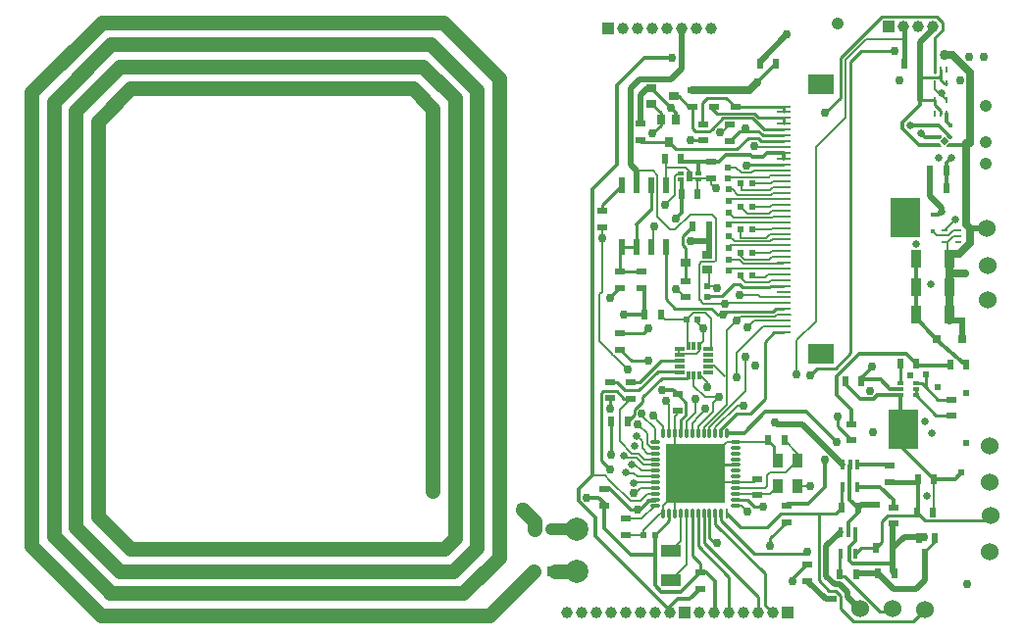
<source format=gbl>
%FSLAX25Y25*%
%MOIN*%
G70*
G01*
G75*
G04 Layer_Physical_Order=4*
G04 Layer_Color=16711680*
%ADD10C,0.00866*%
%ADD11R,0.07087X0.03937*%
G04:AMPARAMS|DCode=12|XSize=31.5mil|YSize=66.93mil|CornerRadius=0mil|HoleSize=0mil|Usage=FLASHONLY|Rotation=45.000|XOffset=0mil|YOffset=0mil|HoleType=Round|Shape=Rectangle|*
%AMROTATEDRECTD12*
4,1,4,0.01253,-0.03480,-0.03480,0.01253,-0.01253,0.03480,0.03480,-0.01253,0.01253,-0.03480,0.0*
%
%ADD12ROTATEDRECTD12*%

%ADD13R,0.01654X0.02362*%
%ADD14R,0.03543X0.02756*%
%ADD15R,0.02756X0.02362*%
%ADD16R,0.02756X0.03937*%
%ADD17R,0.07402X0.06614*%
%ADD18O,0.01575X0.06299*%
%ADD19R,0.04331X0.03937*%
%ADD20R,0.01575X0.01575*%
%ADD21R,0.02362X0.01654*%
G04:AMPARAMS|DCode=22|XSize=31.5mil|YSize=66.93mil|CornerRadius=0mil|HoleSize=0mil|Usage=FLASHONLY|Rotation=135.000|XOffset=0mil|YOffset=0mil|HoleType=Round|Shape=Rectangle|*
%AMROTATEDRECTD22*
4,1,4,0.03480,0.01253,-0.01253,-0.03480,-0.03480,-0.01253,0.01253,0.03480,0.03480,0.01253,0.0*
%
%ADD22ROTATEDRECTD22*%

%ADD23R,0.03543X0.02362*%
%ADD24R,0.02362X0.03543*%
%ADD25R,0.03937X0.04331*%
%ADD26C,0.02000*%
%ADD27C,0.01200*%
%ADD28C,0.01000*%
%ADD29C,0.02500*%
%ADD30C,0.05000*%
%ADD31C,0.00800*%
%ADD32C,0.03000*%
%ADD33C,0.01500*%
%ADD34C,0.04200*%
%ADD35C,0.06000*%
%ADD36C,0.07874*%
%ADD37C,0.03937*%
%ADD38R,0.03937X0.03937*%
%ADD39C,0.02600*%
%ADD40C,0.03000*%
%ADD41C,0.02400*%
%ADD42C,0.03400*%
%ADD43C,0.05000*%
%ADD44C,0.04000*%
%ADD45C,0.04900*%
G04:AMPARAMS|DCode=46|XSize=65mil|YSize=65mil|CornerRadius=0mil|HoleSize=0mil|Usage=FLASHONLY|Rotation=0.000|XOffset=0mil|YOffset=0mil|HoleType=Round|Shape=Relief|Width=8mil|Gap=10mil|Entries=4|*
%AMTHD46*
7,0,0,0.06500,0.04500,0.00800,45*
%
%ADD46THD46*%
%ADD47C,0.06400*%
%ADD48C,0.08306*%
%ADD49C,0.04762*%
G04:AMPARAMS|DCode=50|XSize=63.622mil|YSize=63.622mil|CornerRadius=0mil|HoleSize=0mil|Usage=FLASHONLY|Rotation=0.000|XOffset=0mil|YOffset=0mil|HoleType=Round|Shape=Relief|Width=8mil|Gap=10mil|Entries=4|*
%AMTHD50*
7,0,0,0.06362,0.04362,0.00800,45*
%
%ADD50THD50*%
G04:AMPARAMS|DCode=51|XSize=80mil|YSize=80mil|CornerRadius=0mil|HoleSize=0mil|Usage=FLASHONLY|Rotation=0.000|XOffset=0mil|YOffset=0mil|HoleType=Round|Shape=Relief|Width=8mil|Gap=10mil|Entries=4|*
%AMTHD51*
7,0,0,0.08000,0.06000,0.00800,45*
%
%ADD51THD51*%
G04:AMPARAMS|DCode=52|XSize=50mil|YSize=50mil|CornerRadius=0mil|HoleSize=0mil|Usage=FLASHONLY|Rotation=0.000|XOffset=0mil|YOffset=0mil|HoleType=Round|Shape=Relief|Width=8mil|Gap=10mil|Entries=4|*
%AMTHD52*
7,0,0,0.05000,0.03000,0.00800,45*
%
%ADD52THD52*%
%ADD53C,0.04000*%
G04:AMPARAMS|DCode=54|XSize=56mil|YSize=56mil|CornerRadius=0mil|HoleSize=0mil|Usage=FLASHONLY|Rotation=0.000|XOffset=0mil|YOffset=0mil|HoleType=Round|Shape=Relief|Width=8mil|Gap=10mil|Entries=4|*
%AMTHD54*
7,0,0,0.05600,0.03600,0.00800,45*
%
%ADD54THD54*%
%ADD55C,0.03200*%
%ADD56C,0.04400*%
%ADD57C,0.05200*%
%ADD58R,0.03543X0.04724*%
%ADD59R,0.07087X0.03937*%
%ADD60R,0.01102X0.01969*%
%ADD61R,0.02362X0.05512*%
%ADD62R,0.02165X0.01181*%
%ADD63R,0.01969X0.03386*%
%ADD64R,0.02559X0.02559*%
%ADD65R,0.01882X0.01181*%
%ADD66R,0.01575X0.03622*%
%ADD67R,0.05118X0.00984*%
%ADD68O,0.05118X0.00984*%
%ADD69R,0.08661X0.07087*%
%ADD70R,0.09843X0.13780*%
%ADD71R,0.01181X0.03150*%
%ADD72R,0.03642X0.01181*%
%ADD73R,0.03422X0.01181*%
%ADD74C,0.00787*%
%ADD75R,0.20276X0.20276*%
%ADD76O,0.03347X0.01102*%
%ADD77O,0.01102X0.03347*%
%ADD78R,0.01102X0.03347*%
%ADD79R,0.03543X0.06299*%
%ADD80R,0.01969X0.02362*%
%ADD81R,0.02756X0.03543*%
%ADD82R,0.02362X0.01969*%
%ADD83R,0.01969X0.01102*%
%ADD84R,0.01575X0.01575*%
%ADD85C,0.00900*%
%ADD86C,0.00600*%
%ADD87P,0.02895X4X90.0*%
G36*
X316150Y162894D02*
X314477D01*
Y163287D01*
X315264Y164075D01*
X316150D01*
Y162894D01*
D02*
G37*
G36*
X312804D02*
X311032D01*
Y164075D01*
X311918D01*
X312804Y162894D01*
D02*
G37*
G36*
X316150Y165453D02*
X315264D01*
X314477Y166240D01*
Y166634D01*
X316150D01*
Y165453D01*
D02*
G37*
G36*
X312705Y166240D02*
X311918Y165453D01*
X311032D01*
Y166634D01*
X312705D01*
Y166240D01*
D02*
G37*
D14*
X233202Y126083D02*
D03*
Y120965D02*
D03*
X225722Y123524D02*
D03*
X214075Y177559D02*
D03*
Y182677D02*
D03*
X221555Y180118D02*
D03*
D20*
X315756Y170000D02*
D03*
X310244D02*
D03*
D23*
X198031Y40846D02*
D03*
Y46358D02*
D03*
X316043Y76870D02*
D03*
Y71358D02*
D03*
X250098Y49803D02*
D03*
Y44291D02*
D03*
X205413Y36417D02*
D03*
Y30906D02*
D03*
X223000Y78756D02*
D03*
Y73244D02*
D03*
X296260Y40157D02*
D03*
Y34646D02*
D03*
X294882Y48819D02*
D03*
Y54331D02*
D03*
X242717Y176575D02*
D03*
Y182087D02*
D03*
X210512Y170756D02*
D03*
Y165244D02*
D03*
X240748Y164764D02*
D03*
Y170276D02*
D03*
X227953Y182087D02*
D03*
Y176575D02*
D03*
X235236D02*
D03*
Y182087D02*
D03*
X225689Y111713D02*
D03*
Y117224D02*
D03*
X231791Y170571D02*
D03*
Y165059D02*
D03*
X267028Y20768D02*
D03*
Y15256D02*
D03*
X234449Y157776D02*
D03*
Y152264D02*
D03*
X203346Y114764D02*
D03*
Y120276D02*
D03*
X203543Y93898D02*
D03*
Y99410D02*
D03*
X259941Y40748D02*
D03*
Y35236D02*
D03*
X281988Y68504D02*
D03*
Y62992D02*
D03*
X230709Y18012D02*
D03*
Y12500D02*
D03*
X210827Y114764D02*
D03*
Y120276D02*
D03*
X197244Y140945D02*
D03*
Y135433D02*
D03*
X200000Y82874D02*
D03*
Y77362D02*
D03*
X207087Y77264D02*
D03*
Y82776D02*
D03*
D24*
X179559Y18520D02*
D03*
X174047D02*
D03*
X314231Y154724D02*
D03*
X308719D02*
D03*
X229823Y146850D02*
D03*
X224311D02*
D03*
X224114Y158661D02*
D03*
X218602D02*
D03*
X321063Y88878D02*
D03*
X315551D02*
D03*
X298622Y88976D02*
D03*
X304134D02*
D03*
X285531Y83071D02*
D03*
X280020D02*
D03*
X256398Y190945D02*
D03*
X250886D02*
D03*
X305413D02*
D03*
X299902D02*
D03*
X253740Y62992D02*
D03*
X259252D02*
D03*
X310433Y29626D02*
D03*
X304921D02*
D03*
X310138Y49803D02*
D03*
X304626D02*
D03*
X278150Y17421D02*
D03*
X283661D02*
D03*
X284252Y40059D02*
D03*
X278740D02*
D03*
X296654Y17618D02*
D03*
X291142D02*
D03*
X290453Y26280D02*
D03*
X295965D02*
D03*
X304331Y38500D02*
D03*
X309842D02*
D03*
X308867Y148622D02*
D03*
X314378D02*
D03*
X228051Y135827D02*
D03*
X233563D02*
D03*
X211713Y105807D02*
D03*
X217224D02*
D03*
X206004Y69587D02*
D03*
X200492D02*
D03*
X174390Y32661D02*
D03*
X179901D02*
D03*
D26*
X265408Y68504D02*
X274414Y59498D01*
X256693Y68504D02*
X265408D01*
X308867Y148622D02*
Y154577D01*
Y146133D02*
Y148622D01*
X308719Y154724D02*
X308867Y154577D01*
Y146133D02*
X312795Y142205D01*
Y140847D02*
Y142205D01*
X328110Y135000D02*
X328150Y135039D01*
X322346Y135000D02*
X328110D01*
X305413Y178724D02*
Y190945D01*
X224410Y189362D02*
Y203201D01*
X220743Y185696D02*
X224410Y189362D01*
X209943Y185696D02*
X220743D01*
X207000Y182753D02*
X209943Y185696D01*
X207000Y156642D02*
Y182753D01*
X279035Y54626D02*
Y54876D01*
X274414Y59498D02*
X279035Y54876D01*
X256102Y69095D02*
X256693Y68504D01*
X214075Y182677D02*
X214494Y183096D01*
X210512Y170756D02*
Y180598D01*
X212591Y182677D02*
X214075D01*
X210512Y180598D02*
X212591Y182677D01*
X280600Y9614D02*
Y11435D01*
X278086Y13950D02*
X280600Y11435D01*
X276264Y13950D02*
X278086D01*
X207000Y156642D02*
X208917Y154724D01*
Y149902D02*
Y154724D01*
X285236Y41043D02*
X290748D01*
X315484Y115126D02*
Y119801D01*
Y103839D02*
X315681Y103642D01*
X319783D01*
X319685Y97342D02*
X319783Y97441D01*
Y103642D01*
X305413Y198274D02*
X309784Y202644D01*
X305413Y192184D02*
Y198274D01*
X284252Y40059D02*
X285236Y41043D01*
X295965Y21161D02*
Y26280D01*
Y18307D02*
Y21161D01*
X299902Y30217D02*
X306791D01*
X283661Y17421D02*
X283858Y17618D01*
X291142D01*
X295965Y26280D02*
Y34350D01*
Y18307D02*
X296654Y17618D01*
X295965Y26280D02*
X299902Y30217D01*
X233202Y126083D02*
X233563Y126444D01*
X227264Y130610D02*
X233169D01*
X233563Y131004D01*
Y126444D02*
Y131004D01*
Y135827D01*
X273524Y16690D02*
Y27067D01*
X278346Y31890D01*
X250886Y190945D02*
Y191926D01*
X260151Y201191D01*
X309784Y202644D02*
Y203839D01*
X284574Y5640D02*
X285000D01*
X296260Y12500D02*
X304098D01*
X306890Y15292D01*
X291142Y17618D02*
X295785Y12975D01*
X296260Y12500D01*
X306890Y15292D02*
Y25098D01*
X280600Y9614D02*
X284574Y5640D01*
X273284Y9000D02*
X276000D01*
X273524Y16690D02*
X276264Y13950D01*
X267028Y15256D02*
X273284Y9000D01*
D27*
X235642Y4264D02*
Y15000D01*
X230709Y18012D02*
X232630D01*
X235642Y15000D01*
X235512Y4134D02*
X235642Y4264D01*
X321000Y164118D02*
X321732Y163386D01*
X304980Y163484D02*
X311623D01*
X299500Y168965D02*
X304980Y163484D01*
X299500Y168965D02*
Y171207D01*
X305413Y177121D01*
Y178724D01*
X306953Y166043D02*
X311623D01*
X305673Y167323D02*
X306953Y166043D01*
X302000Y170115D02*
X310244D01*
Y170000D02*
Y170115D01*
X311603Y170000D02*
X315560Y166043D01*
X310244Y170000D02*
X311603D01*
X314254Y171502D02*
X315756Y170000D01*
X314254Y171502D02*
Y174000D01*
X315560Y163386D02*
X321732D01*
X328110Y135000D02*
X328189D01*
X314272Y150591D02*
Y157319D01*
X315953Y159000D01*
X311622D02*
Y159703D01*
X202480Y183753D02*
X211727Y193000D01*
X221000D01*
X214075Y182677D02*
X222441Y174311D01*
X227209Y9000D02*
X230709Y12500D01*
X223047Y9000D02*
X227209D01*
X220512Y6465D02*
X223047Y9000D01*
X220318Y4964D02*
X220512Y5158D01*
Y6465D01*
Y4534D02*
Y5158D01*
X224197Y11500D02*
X230709Y18012D01*
X217483Y11500D02*
X224197D01*
X195000Y30282D02*
X220318Y4964D01*
X291888Y83604D02*
X295177Y80315D01*
X286278Y83604D02*
X291888D01*
X285531Y84350D02*
X286278Y83604D01*
X189328Y42484D02*
X195000Y36812D01*
Y30282D02*
Y36812D01*
X215354Y13629D02*
Y24000D01*
Y13629D02*
X217483Y11500D01*
X202480Y156783D02*
Y183753D01*
X194015Y148318D02*
X202480Y156783D01*
X194015Y50990D02*
Y148318D01*
X222441Y171949D02*
Y174311D01*
X189328Y46302D02*
X194015Y50990D01*
X189328Y42484D02*
Y46302D01*
X304035Y105642D02*
Y115157D01*
Y105642D02*
X304067Y105610D01*
X304500Y106254D02*
X304588Y106160D01*
X303619Y105128D02*
X304588Y106160D01*
X303619Y105128D02*
X311000Y97259D01*
X320799Y88878D01*
X321063D01*
X328150Y135039D02*
X328189Y135000D01*
X280906Y31890D02*
Y35039D01*
X284252Y38386D01*
Y40059D01*
X281398Y54429D02*
X281594Y54626D01*
X281398Y42913D02*
Y54429D01*
X304584Y39764D02*
Y48819D01*
X315059Y88386D02*
X315551Y88878D01*
X304724Y88386D02*
X315059D01*
X304134Y88976D02*
X304724Y88386D01*
X237205Y157874D02*
X239469Y160138D01*
X258957Y158858D02*
Y160827D01*
X252165Y159449D02*
X253543Y160827D01*
X258957D01*
X248544Y159449D02*
X252165D01*
X247855Y160138D02*
X248544Y159449D01*
X295965Y34350D02*
X296260Y34646D01*
X284154Y47146D02*
X291732D01*
X296260Y42618D01*
Y40157D02*
Y42618D01*
X294587Y54626D02*
X294882Y54331D01*
X284154Y54626D02*
X294587D01*
X281988Y68504D02*
Y73340D01*
X295177Y80315D02*
X298228D01*
X273130Y47146D02*
Y56398D01*
X229921Y153740D02*
X230076Y153894D01*
Y157874D01*
X237205D01*
X224311Y146850D02*
Y151673D01*
X224213Y151772D02*
X224311Y151673D01*
X208917Y136516D02*
X213917Y141516D01*
X245571Y65354D02*
X252854Y72638D01*
X266634D01*
X239764Y65354D02*
X245571D01*
X266634Y72638D02*
X276969Y62303D01*
X310138Y49803D02*
X317224D01*
X319390Y51968D01*
X299803Y60138D02*
Y66831D01*
Y60138D02*
X310138Y49803D01*
X298866Y67768D02*
Y78347D01*
Y67768D02*
X299803Y66831D01*
X280020Y81988D02*
Y83071D01*
X211713Y105807D02*
Y113878D01*
X210827Y114764D02*
X211713Y113878D01*
X224311Y140469D02*
Y146850D01*
X192028Y43602D02*
X196063D01*
X198031Y41634D01*
X304035Y115157D02*
Y124705D01*
X240512Y4134D02*
X241031D01*
X198031Y33028D02*
Y41634D01*
X259941Y40748D02*
X260531Y41339D01*
X267323D01*
X273130Y47146D01*
X198031Y33028D02*
X207060Y24000D01*
X215354D01*
X262000Y15000D02*
Y15740D01*
X267028Y20768D01*
X204528Y105807D02*
X211713D01*
X199902Y111500D02*
X200083D01*
X203346Y114764D01*
X217815Y80216D02*
X221539D01*
X223000Y78756D01*
X215354Y24000D02*
Y30906D01*
X281398Y42913D02*
X284252Y40059D01*
X289548Y77064D02*
X290831Y78347D01*
X298866D01*
X284944Y77064D02*
X289548D01*
X280020Y81988D02*
X284944Y77064D01*
X276969Y78360D02*
X281988Y73340D01*
X276969Y78360D02*
Y84811D01*
X284658Y92500D01*
X300610D01*
X304134Y88976D01*
X283465Y28846D02*
Y31890D01*
X281377Y26759D02*
X283465Y28846D01*
X281377Y26618D02*
Y26759D01*
X281265Y26505D02*
X281377Y26618D01*
X281265Y26505D02*
X281377Y26392D01*
Y22060D02*
X282276Y21161D01*
X281377Y22060D02*
Y26392D01*
X282276Y21161D02*
X295965D01*
X224114Y158661D02*
X224902Y157874D01*
X230076D01*
X221638Y137795D02*
X224311Y140469D01*
X304035Y105642D02*
X304500Y106254D01*
X239469Y160138D02*
X247855D01*
X250098Y184744D02*
X256299Y190945D01*
X256398D01*
X311705Y139756D02*
X312795Y140847D01*
X309784Y139756D02*
X311705D01*
D28*
X305413Y178724D02*
X310317D01*
X200492Y57973D02*
Y69587D01*
X197028Y55972D02*
Y79040D01*
Y55972D02*
X200000Y53000D01*
X197028Y79040D02*
X197731Y79743D01*
X211409Y99410D02*
X213000Y101000D01*
X203543Y99410D02*
X211409D01*
X217399Y90076D02*
X223147D01*
X210098Y82776D02*
X217399Y90076D01*
X207087Y82776D02*
X210098D01*
X207441Y90000D02*
X213000D01*
X216240Y86417D02*
X223425D01*
X209823Y80000D02*
X216240Y86417D01*
X203543Y93898D02*
X207441Y90000D01*
X205212Y80000D02*
X209823D01*
X214469Y167323D02*
X217323Y170177D01*
X266369Y24565D02*
X267000Y25197D01*
X237795Y35925D02*
X249155Y24565D01*
X266369D01*
X285531Y84531D02*
X289000Y88000D01*
X285531Y84350D02*
Y84531D01*
X310317Y177091D02*
X312285Y175123D01*
Y174000D02*
Y175123D01*
X306098Y82284D02*
X307283Y81098D01*
X303890Y82284D02*
X306098D01*
X307283Y81098D02*
Y85433D01*
X311511Y76870D02*
X316043D01*
X307283Y81098D02*
X311511Y76870D01*
X278400Y5685D02*
Y10100D01*
X276650Y11850D02*
X278400Y10100D01*
X274434Y11850D02*
X276650D01*
X282030Y14550D02*
X291732Y4847D01*
X282025Y14550D02*
X282030D01*
X281380Y15194D02*
X282025Y14550D01*
X281380Y15194D02*
Y15199D01*
X279779Y16800D02*
X281380Y15199D01*
X278150Y16800D02*
X279779D01*
X223000Y78756D02*
X225872Y75884D01*
Y71607D02*
Y75884D01*
X224016Y69751D02*
X225872Y71607D01*
X224016Y65354D02*
Y69751D01*
X268000Y85182D02*
X270398Y87580D01*
X207640Y156002D02*
X208917Y154724D01*
X310317Y177091D02*
Y178724D01*
X312469Y187074D02*
Y189000D01*
Y185398D02*
Y187074D01*
Y185398D02*
X313591Y184276D01*
X306073Y186400D02*
X311795D01*
X313591Y184276D02*
X314437D01*
X305673Y186000D02*
X306073Y186400D01*
X311795D02*
X312469Y187074D01*
X211000Y76234D02*
Y77634D01*
X208227Y73460D02*
X211000Y76234D01*
X208227Y71810D02*
Y73460D01*
X206004Y69587D02*
X208227Y71810D01*
X254429Y27165D02*
Y29724D01*
X259941Y35236D01*
X209887Y39567D02*
X210028D01*
X209500D02*
X209887D01*
X206988D02*
X209500D01*
X250512Y4134D02*
Y9626D01*
X310500Y200074D02*
X312952Y202526D01*
X310500Y188000D02*
Y200074D01*
X294482Y37517D02*
X304833D01*
X304134Y38217D02*
Y39567D01*
X304331Y38500D02*
X307202Y35628D01*
X327656D01*
X329331Y37303D01*
X271000Y15283D02*
X274434Y11850D01*
X271000Y15283D02*
Y37992D01*
X276673D01*
X258047D02*
X271000D01*
X199409Y47146D02*
X206988Y39567D01*
X198031Y47146D02*
X199409D01*
X235572Y28000D02*
X236500D01*
X231890Y28248D02*
Y37992D01*
X229921Y27039D02*
Y37992D01*
X227953Y23720D02*
Y37992D01*
X209887Y39567D02*
X213135Y42815D01*
X210028Y39567D02*
X213059Y42598D01*
X233858Y29713D02*
X235572Y28000D01*
X233858Y29713D02*
Y37992D01*
X252658Y6988D02*
X255512Y4134D01*
X281620Y92620D02*
Y191857D01*
X285342Y195579D02*
X296819D01*
X281620Y191857D02*
X285342Y195579D01*
X283465Y24409D02*
X285335Y26280D01*
X290453D01*
X278150Y24213D02*
X278346Y24409D01*
X278150Y17421D02*
Y24213D01*
X278740Y46850D02*
X279035Y47146D01*
X298228Y80315D02*
X298866D01*
X285531Y83071D02*
X286065Y83604D01*
X310878Y71358D02*
X316043D01*
X303890Y78347D02*
X310878Y71358D01*
X303890Y78347D02*
Y80315D01*
X298622Y82528D02*
Y88976D01*
Y82528D02*
X298866Y82284D01*
X214075Y177559D02*
X217323Y174311D01*
Y171949D02*
Y174311D01*
X200000Y82874D02*
X202480D01*
X285531Y83071D02*
Y84350D01*
X278740Y40059D02*
Y46850D01*
X242618Y42815D02*
X246654D01*
X239764Y37992D02*
X244390Y33366D01*
X213917Y141516D02*
Y149902D01*
X208917Y128642D02*
Y136516D01*
X203917Y128642D02*
X208917D01*
X203346Y128071D02*
X203917Y128642D01*
X203346Y120276D02*
Y128071D01*
Y120276D02*
X210827D01*
X197244Y143228D02*
X203917Y149902D01*
X197244Y140945D02*
Y143228D01*
X218917Y111004D02*
Y128642D01*
X217323Y170177D02*
Y171949D01*
X277264Y67716D02*
X281988Y62992D01*
X277264Y67716D02*
Y71161D01*
X226532Y84252D02*
Y85335D01*
X217618Y84252D02*
X226532D01*
X230709Y18012D02*
Y20965D01*
X227953Y23720D02*
X230709Y20965D01*
X310433Y28642D02*
Y29626D01*
X306890Y25098D02*
X310433Y28642D01*
X246654Y42815D02*
X249114Y40354D01*
X220079Y35630D02*
Y37992D01*
X215354Y30906D02*
X220079Y35630D01*
X215039Y42598D02*
X215256Y42815D01*
X290453Y26280D02*
X292500Y28327D01*
Y35536D01*
X294482Y37517D01*
X304134Y38217D02*
X304833Y37517D01*
X249114Y40354D02*
X249260Y40500D01*
X252000D01*
X270398Y87580D02*
X276580D01*
X237795Y35925D02*
Y37992D01*
X235827Y34542D02*
Y37992D01*
Y34542D02*
X252658Y17711D01*
Y6988D02*
Y17711D01*
X244390Y33366D02*
X253421D01*
X258047Y37992D01*
X276673D02*
X278740Y40059D01*
X282646Y1440D02*
X303015D01*
X307087Y5512D01*
X291732Y4847D02*
X296000D01*
X218917Y111004D02*
X221991Y107930D01*
X236572Y105709D02*
X238254D01*
X234350Y107930D02*
X236572Y105709D01*
X221991Y107930D02*
X234350D01*
X211000Y77634D02*
X217618Y84252D01*
X202480Y82874D02*
X204115Y81239D01*
Y81098D02*
Y81239D01*
Y81098D02*
X205212Y80000D01*
X199902Y73819D02*
Y77264D01*
X204748Y77264D02*
X207087D01*
X202269Y79743D02*
X204748Y77264D01*
X197731Y79743D02*
X202269D01*
X213059Y42598D02*
X215039D01*
X213135Y42815D02*
X215256D01*
X231890Y28248D02*
X250512Y9626D01*
X240512Y4134D02*
Y16449D01*
X229921Y27039D02*
X240512Y16449D01*
X278150Y16800D02*
Y17421D01*
X278400Y5685D02*
X282646Y1440D01*
X305673Y186000D02*
Y190685D01*
X305413Y190945D02*
X305673Y190685D01*
X312952Y202526D02*
Y205151D01*
X276580Y87580D02*
X281620Y92620D01*
X273139Y174303D02*
X278346Y179510D01*
Y193109D01*
X308464Y207000D02*
X308471Y207007D01*
X311096D01*
X298464Y207000D02*
X298471Y207007D01*
X301096D01*
X301103Y207000D01*
X297249Y207007D02*
X297256Y207000D01*
X298464D01*
X301103D02*
X303464D01*
X303471Y207007D01*
X306096D01*
X306103Y207000D01*
X308464D01*
X292244Y207007D02*
X297249D01*
X278346Y193109D02*
X292244Y207007D01*
X311096D02*
X312952Y205151D01*
X255807Y57185D02*
X256988Y56004D01*
X255807Y57185D02*
Y60925D01*
X253740Y62992D02*
X255807Y60925D01*
X231890Y54626D02*
X242618D01*
X228937Y51673D02*
X231890Y54626D01*
D29*
X321000Y136346D02*
Y164118D01*
Y136346D02*
X322346Y135000D01*
Y164000D02*
Y188111D01*
Y130202D02*
Y135000D01*
X316457Y194000D02*
X322346Y188111D01*
X318587Y126444D02*
X322346Y130202D01*
X247441Y182087D02*
X250098Y184744D01*
X242717Y182087D02*
X247441D01*
X235236D02*
X242717D01*
X227953D02*
X235236D01*
X313787Y194000D02*
X316457D01*
X315453Y126444D02*
X318587D01*
X315453Y124705D02*
Y126444D01*
Y115157D02*
Y124705D01*
X315484Y119801D02*
X320563D01*
X315484Y105610D02*
Y115126D01*
Y103839D02*
Y105610D01*
D30*
X137491Y3500D02*
X143491D01*
X139803Y45606D02*
Y53835D01*
X170391Y39416D02*
X174390Y35417D01*
Y32661D02*
Y35417D01*
X159028Y3500D02*
X174047Y18520D01*
X143491Y3500D02*
X159028D01*
X181315Y18520D02*
X188878D01*
X27209Y3500D02*
X137538D01*
X187951Y19446D02*
X188878Y18520D01*
X3500Y27209D02*
X27209Y3500D01*
X3500Y27209D02*
Y181299D01*
X27362Y205161D01*
X143244D01*
X162303Y186102D01*
X150205Y11122D02*
X162303Y23221D01*
X30020Y11122D02*
X150205D01*
X30020D02*
Y11319D01*
X11000Y30339D02*
X30020Y11319D01*
X11000Y30339D02*
Y178126D01*
X30535Y197661D01*
X139204D01*
X154803Y182062D01*
X146728Y18500D02*
X154803Y26575D01*
X33500Y18500D02*
X146728D01*
X18500Y33500D02*
X33500Y18500D01*
X18500Y33500D02*
Y175161D01*
X33500Y190161D01*
X136460D01*
X147303Y179318D01*
X143618Y26000D02*
X147303Y29685D01*
X37106Y26000D02*
X143618D01*
X26000Y37106D02*
X37106Y26000D01*
X26000Y37106D02*
Y171453D01*
X37209Y182661D01*
X132890D01*
X139803Y175748D01*
Y53835D02*
Y175748D01*
X154803Y26575D02*
Y182062D01*
X147303Y29685D02*
Y179318D01*
X162303Y23221D02*
Y186102D01*
D31*
X262894Y48327D02*
Y48954D01*
X258919Y62992D02*
X259252D01*
X259677Y52000D02*
X263681Y56004D01*
X262894Y54393D02*
Y55020D01*
X309784Y134213D02*
X311080Y132916D01*
X309784Y134213D02*
Y134244D01*
X317331Y138000D02*
X317421D01*
X313779Y134449D02*
X317331Y138000D01*
X310500Y182585D02*
X314254Y178831D01*
X204823Y57776D02*
X205496Y57103D01*
X203346Y62646D02*
X207490Y58503D01*
X209776D01*
X209500Y68500D02*
X212583Y65417D01*
Y61857D02*
Y65417D01*
X197244Y113535D02*
Y135433D01*
X216090Y146582D02*
X216198Y146690D01*
X216090Y139082D02*
X220527Y134646D01*
X216090Y139082D02*
Y146582D01*
X218590Y143000D02*
X222030Y146439D01*
X214665Y129390D02*
Y135925D01*
X229921Y65354D02*
Y67681D01*
X239600Y100427D02*
X242913Y103740D01*
X239600Y75245D02*
Y100427D01*
X194015Y50990D02*
X198282D01*
X199764Y49508D01*
X196400Y112691D02*
X197244Y113535D01*
X196400Y96710D02*
Y112691D01*
Y96710D02*
X200672Y92439D01*
X227854Y151969D02*
X234449D01*
Y152264D01*
Y150079D02*
Y151969D01*
Y150079D02*
X235906Y148622D01*
X233563Y115551D02*
Y120604D01*
Y115551D02*
X235713D01*
X233202D02*
X233563D01*
X235713D02*
X236500Y114764D01*
X263500Y85500D02*
Y97000D01*
X270000Y103500D01*
X314754Y125404D02*
Y130512D01*
X228500Y81583D02*
Y85335D01*
X312381Y132898D02*
X315178D01*
X312363Y132916D02*
X312381Y132898D01*
X315178D02*
X315764Y133483D01*
X315758Y131498D02*
X316740Y132480D01*
X315739Y131498D02*
X315758D01*
X314754Y130512D02*
X315739Y131498D01*
X315764Y133502D02*
X316142Y133880D01*
X315764Y133483D02*
Y133502D01*
X316161Y133880D02*
X316729Y134449D01*
X316142Y133880D02*
X316161D01*
X316740Y132480D02*
X318504D01*
X313779Y130512D02*
X314754D01*
X311080Y132916D02*
X312363D01*
X316729Y134449D02*
X318504D01*
X216971Y68904D02*
X218110Y67764D01*
X214557Y71317D02*
X216971Y68904D01*
X218110Y65354D02*
Y67764D01*
X210827Y71512D02*
X215256Y67083D01*
X210827Y71512D02*
Y72146D01*
X215256Y62500D02*
Y67083D01*
X209176Y64500D02*
X211000Y62676D01*
X209776Y58503D02*
X211684Y56595D01*
X209055Y57103D02*
X210945Y55213D01*
X205496Y57103D02*
X209055D01*
X207223Y54803D02*
X208496D01*
X205728Y51772D02*
X208167D01*
X209250Y50689D01*
X228937Y72342D02*
Y76968D01*
X225984Y69390D02*
X228937Y72342D01*
X225984Y65354D02*
Y69390D01*
X219054Y76294D02*
X220079Y75269D01*
Y65354D02*
Y75269D01*
X235827Y67441D02*
X243287Y74902D01*
X245281D01*
X235827Y65354D02*
Y67441D01*
X243806Y77400D02*
X243813D01*
X233858Y67452D02*
X243806Y77400D01*
X233858Y65354D02*
Y67452D01*
X243813Y77400D02*
X246161Y79748D01*
Y91535D01*
X231890Y67535D02*
X239600Y75245D01*
X235080Y72840D02*
Y75770D01*
X229921Y67681D02*
X235080Y72840D01*
X231890Y65354D02*
Y67535D01*
X235080Y75770D02*
X237000Y77690D01*
X270000Y162854D02*
X280020Y172874D01*
X270000Y103500D02*
Y162854D01*
X280020Y172874D02*
Y192520D01*
X211000Y60397D02*
Y62676D01*
Y60397D02*
X212834Y58563D01*
X212583Y61857D02*
X213909Y60532D01*
X203346Y62646D02*
Y73524D01*
X208496Y54803D02*
X210641Y52658D01*
X208000Y45000D02*
X208591D01*
X206923Y42400D02*
X210457D01*
X199815Y49508D02*
X206923Y42400D01*
X210827Y36417D02*
X215256Y40846D01*
X205413Y36417D02*
X210827D01*
X211532Y54626D02*
X215256D01*
X211063Y55094D02*
X211532Y54626D01*
X210945Y55094D02*
X211063D01*
X210945D02*
Y55213D01*
X211684Y56595D02*
X215256D01*
X212834Y58563D02*
X215256D01*
X208045Y48500D02*
X208545Y49000D01*
X225984Y20866D02*
Y37992D01*
X210457Y42400D02*
X212840Y44783D01*
X280020Y192520D02*
X287000Y199500D01*
X300000D01*
X237402Y167028D02*
X237500D01*
X240748Y170276D01*
X239961D02*
X240748D01*
X250295Y162795D02*
X258957D01*
X233202Y120965D02*
X233563Y120604D01*
X205413Y30906D02*
X211417D01*
X224016Y28740D02*
Y37992D01*
X220669Y25394D02*
X224016Y28740D01*
X220669Y15551D02*
X225984Y20866D01*
X223425Y92323D02*
Y94291D01*
X222047Y58563D02*
Y65354D01*
Y58563D02*
X228937Y51673D01*
X231890Y48720D02*
X242618D01*
X228937Y51673D02*
X231890Y48720D01*
X263681Y56004D02*
Y58563D01*
X259252Y62992D02*
X263681Y58563D01*
X239764Y62500D02*
X242618D01*
Y40846D02*
X244587D01*
X222047Y37992D02*
Y44783D01*
X218110Y37992D02*
Y40846D01*
X222047Y44783D01*
X228937Y51673D01*
X229823Y146850D02*
Y151673D01*
X229921Y151772D01*
X225886Y103937D02*
X226532Y103291D01*
X223425Y92323D02*
X223425Y92323D01*
X226532Y95374D02*
Y103291D01*
X233563Y88386D02*
X235420D01*
X225373Y111713D02*
X225689D01*
X222716Y114370D02*
X225373Y111713D01*
X251181Y111614D02*
X258957D01*
X225614Y104209D02*
X225886Y103937D01*
X218823Y104209D02*
X225614D01*
X217224Y105807D02*
X218823Y104209D01*
X258917Y109606D02*
X258957Y109646D01*
X240098Y109606D02*
X258917D01*
X252067Y101772D02*
X258957D01*
X248917Y103740D02*
X258957D01*
X309646Y39567D02*
X310138Y40059D01*
Y49803D01*
X246752Y101575D02*
X248917Y103740D01*
X235420Y88386D02*
X238995Y84811D01*
X229823Y103150D02*
Y103937D01*
Y103150D02*
X231791Y101181D01*
Y96697D02*
Y101181D01*
X230469Y95374D02*
X231791Y96697D01*
X211417Y30906D02*
Y32282D01*
X217127Y37992D01*
X218110D01*
X244587Y40846D02*
X246555Y38878D01*
X213917Y128642D02*
X214665Y129390D01*
X216198Y146690D02*
Y153113D01*
X214587Y154724D02*
X216198Y153113D01*
X208917Y154724D02*
X214587D01*
X222203Y134646D02*
X227321Y139764D01*
X220527Y134646D02*
X222203D01*
X230469Y85335D02*
X233071Y82732D01*
X230537Y71557D02*
X232480Y73500D01*
X222047Y71046D02*
X223147Y72146D01*
X222047Y65354D02*
Y71046D01*
X227953Y68841D02*
X230537Y71425D01*
Y71557D01*
X227953Y65354D02*
Y68841D01*
X212840Y44783D02*
X215256D01*
X209176Y48720D02*
X215256D01*
X199764Y49508D02*
X199815D01*
X239961Y155905D02*
X242717D01*
X244628Y153995D01*
X248073D02*
X249000Y154921D01*
X258957D01*
X233202Y120965D02*
Y121843D01*
X235429Y123605D02*
X236074Y124249D01*
X230330Y110906D02*
Y122798D01*
X231137Y123605D01*
X235429D01*
X227321Y139764D02*
X234797D01*
X236074Y138487D01*
Y124249D02*
Y138487D01*
X230330Y110906D02*
X230483Y110754D01*
X230625D01*
X230921Y110457D01*
Y110174D02*
Y110457D01*
Y110174D02*
X231565Y109530D01*
X234839D01*
X232379Y106330D02*
X234391Y104317D01*
Y93898D02*
Y104317D01*
X225886Y103937D02*
X228000Y106051D01*
Y106330D01*
X232379D01*
X234839Y109530D02*
X234939Y109630D01*
X250295Y112500D02*
X251181Y111614D01*
X243898Y112500D02*
X250295D01*
X242913Y103740D02*
X244413Y105240D01*
X256138D01*
X256607Y105709D01*
X261319D01*
X229410Y92323D02*
X230469Y93381D01*
X223425Y92323D02*
X229410D01*
X230469Y93381D02*
Y95374D01*
X200672Y92261D02*
Y92439D01*
Y92261D02*
X201316Y91616D01*
X201494D01*
X206004Y87106D01*
X218917Y149902D02*
Y156000D01*
Y158346D01*
X225751Y155790D02*
X225794Y155832D01*
X218917Y156000D02*
X219128Y155790D01*
X225751D01*
X222952Y153740D02*
X224213D01*
X222030Y152818D02*
X222952Y153740D01*
X222030Y146439D02*
Y152818D01*
X227067Y152756D02*
X227854Y151969D01*
X225794Y155832D02*
X227067Y154559D01*
Y152756D02*
Y154559D01*
X210641Y52658D02*
X215256D01*
X208591Y45000D02*
X210343Y46752D01*
X215256D01*
X314754Y125404D02*
X315453Y124705D01*
X242979Y84449D02*
Y92684D01*
X252067Y101772D01*
X310500Y182585D02*
Y183276D01*
X209000Y48545D02*
X209176Y48720D01*
X208545Y49000D02*
X209000Y48545D01*
X213909Y60532D02*
X215256D01*
X209250Y50689D02*
X215256D01*
X203346Y73524D02*
X207087Y77264D01*
X263681Y47343D02*
X268000D01*
X234939Y109630D02*
X235069Y109500D01*
X239000D01*
X228500Y81583D02*
X232393Y77690D01*
X237000D01*
X232480Y73500D02*
Y73917D01*
X233071Y81201D02*
Y82732D01*
X244628Y153995D02*
X248073D01*
X239961Y151969D02*
Y152593D01*
X243000D01*
X242717Y62500D02*
X253839D01*
X253543Y51000D02*
X254543Y52000D01*
X259677D01*
X231890Y54626D02*
X239764Y62500D01*
X249016Y48720D02*
X250098Y49803D01*
X242618Y48720D02*
X249016D01*
X250148Y184695D02*
X256398Y190945D01*
X253543Y47543D02*
Y51000D01*
X242618Y46752D02*
X252752D01*
X253543Y47543D01*
X254429Y44783D02*
X256988Y47343D01*
X242618Y44783D02*
X254429D01*
D33*
X294882Y48819D02*
X304584D01*
X299783Y203839D02*
X300000Y203622D01*
Y190904D02*
Y199500D01*
Y203622D01*
D34*
X327628Y176673D02*
D03*
Y164272D02*
D03*
X327628Y157000D02*
D03*
X277362Y204626D02*
D03*
D35*
X329213Y48917D02*
D03*
X328248Y122343D02*
D03*
X329213Y61000D02*
D03*
X328150Y135039D02*
D03*
X296000Y5640D02*
D03*
X285000D02*
D03*
X307087Y5512D02*
D03*
X328420Y110806D02*
D03*
X329331Y37303D02*
D03*
X329213Y25197D02*
D03*
D36*
X188878Y32661D02*
D03*
Y18520D02*
D03*
D37*
X185512Y4534D02*
D03*
X190512D02*
D03*
X195512D02*
D03*
X200512D02*
D03*
X205512D02*
D03*
X210512D02*
D03*
X215512D02*
D03*
X220512D02*
D03*
X204409Y203201D02*
D03*
X209409D02*
D03*
X214409D02*
D03*
X219409D02*
D03*
X224410D02*
D03*
X229410D02*
D03*
X234409D02*
D03*
X230512Y4534D02*
D03*
X235512D02*
D03*
X240512D02*
D03*
X245512D02*
D03*
X250512D02*
D03*
X255512D02*
D03*
X309784Y203839D02*
D03*
X304784D02*
D03*
X299783D02*
D03*
D38*
X225512Y4534D02*
D03*
X199409Y203201D02*
D03*
X260512Y4534D02*
D03*
X294783Y203839D02*
D03*
D39*
X315953Y159000D02*
D03*
X311622D02*
D03*
X309009Y116069D02*
D03*
X302000Y170172D02*
D03*
X305673Y167323D02*
D03*
X304000Y129823D02*
D03*
X317421Y138000D02*
D03*
X204823Y57776D02*
D03*
X208500Y61000D02*
D03*
X209176Y64500D02*
D03*
X207223Y54803D02*
D03*
X205500Y52000D02*
D03*
X312703Y181000D02*
D03*
X208045Y48500D02*
D03*
X312795Y140847D02*
D03*
X309350Y65354D02*
D03*
X307087Y69488D02*
D03*
X307677Y44219D02*
D03*
X302658Y65453D02*
D03*
X320563Y119801D02*
D03*
X304500Y106254D02*
D03*
D40*
X302559Y142913D02*
D03*
X298425Y185398D02*
D03*
X213000Y101000D02*
D03*
X215000Y135815D02*
D03*
X213000Y90000D02*
D03*
X221000Y193000D02*
D03*
X214469Y167323D02*
D03*
X218590Y143000D02*
D03*
X321457Y14000D02*
D03*
X267000Y25197D02*
D03*
X220752Y176000D02*
D03*
X235906Y148622D02*
D03*
X236500Y114764D02*
D03*
X263500Y85500D02*
D03*
X268000Y85182D02*
D03*
X318996Y185398D02*
D03*
X214557Y71317D02*
D03*
X210827Y72146D02*
D03*
X209500Y68500D02*
D03*
X200000Y53000D02*
D03*
X254429Y27165D02*
D03*
X245281Y74902D02*
D03*
X322094Y193500D02*
D03*
X208000Y45000D02*
D03*
X209500Y39567D02*
D03*
X236500Y28000D02*
D03*
X227264Y130610D02*
D03*
X289412Y65847D02*
D03*
X306791Y30217D02*
D03*
X273130Y56398D02*
D03*
X222342Y114272D02*
D03*
X228937Y76968D02*
D03*
X256102Y69095D02*
D03*
X276969Y62303D02*
D03*
X277264Y71161D02*
D03*
X206004Y87106D02*
D03*
X204626Y105905D02*
D03*
X217815Y80216D02*
D03*
X238254Y105709D02*
D03*
X246752Y101575D02*
D03*
X242913Y103740D02*
D03*
X246161Y91535D02*
D03*
X260151Y201191D02*
D03*
X192028Y43602D02*
D03*
X231791Y101181D02*
D03*
X250098Y184744D02*
D03*
X246555Y38878D02*
D03*
X200492Y57973D02*
D03*
X197441Y131791D02*
D03*
X262000Y15000D02*
D03*
X199902Y111500D02*
D03*
X222358Y138500D02*
D03*
X219054Y76294D02*
D03*
X327000Y193500D02*
D03*
X289000Y88000D02*
D03*
X288389Y79864D02*
D03*
X252000Y40500D02*
D03*
X296819Y195579D02*
D03*
X246000Y169000D02*
D03*
X249000Y163000D02*
D03*
X237281Y167640D02*
D03*
X227500Y165000D02*
D03*
X243898Y112500D02*
D03*
X199902Y73819D02*
D03*
X242979Y84449D02*
D03*
X268000Y47343D02*
D03*
X249500Y88500D02*
D03*
X273139Y174303D02*
D03*
X239000Y109500D02*
D03*
X232480Y73917D02*
D03*
X233071Y81201D02*
D03*
X237000Y77690D02*
D03*
X246467Y156595D02*
D03*
X229000Y55094D02*
D03*
D41*
X321063Y78937D02*
D03*
X290748Y41043D02*
D03*
X307283Y85433D02*
D03*
X306890Y25098D02*
D03*
X320957Y62000D02*
D03*
X319783Y103642D02*
D03*
X319390Y51968D02*
D03*
X302000Y85000D02*
D03*
X311319Y81201D02*
D03*
X276000Y9000D02*
D03*
D42*
X313787Y194000D02*
D03*
D43*
X143491Y3500D02*
D03*
X137538D02*
D03*
X170391Y39416D02*
D03*
X139803Y45606D02*
D03*
Y53835D02*
D03*
D44*
X179901Y32661D02*
X188878D01*
D58*
X256988Y47343D02*
D03*
X263681D02*
D03*
Y56004D02*
D03*
X256988D02*
D03*
D59*
X220669Y15551D02*
D03*
Y25394D02*
D03*
D60*
X314254Y174000D02*
D03*
X312285D02*
D03*
X310317D02*
D03*
X314254Y178724D02*
D03*
X310317D02*
D03*
X310500Y189000D02*
D03*
X312469D02*
D03*
X314437D02*
D03*
X310500Y184276D02*
D03*
X314437D02*
D03*
D61*
X213917Y128642D02*
D03*
X203917D02*
D03*
X218917Y149902D02*
D03*
X213917D02*
D03*
X218917Y128642D02*
D03*
X208917D02*
D03*
X203917Y149902D02*
D03*
X208917D02*
D03*
D62*
X224213Y153740D02*
D03*
Y151772D02*
D03*
X229921Y151772D02*
D03*
Y153740D02*
D03*
D63*
X227067Y152756D02*
D03*
D64*
X311024Y97342D02*
D03*
X319685D02*
D03*
D65*
X298866Y78347D02*
D03*
Y80315D02*
D03*
Y82284D02*
D03*
X303890Y78347D02*
D03*
Y80315D02*
D03*
Y82284D02*
D03*
D66*
X279035Y47146D02*
D03*
X284154D02*
D03*
Y54626D02*
D03*
X281594D02*
D03*
X279035D02*
D03*
X278346Y31890D02*
D03*
X280906D02*
D03*
X283465D02*
D03*
Y24409D02*
D03*
X278346D02*
D03*
D67*
X258957Y99803D02*
D03*
Y117520D02*
D03*
Y137205D02*
D03*
Y156890D02*
D03*
Y176575D02*
D03*
D68*
Y101772D02*
D03*
Y103740D02*
D03*
Y105709D02*
D03*
Y107677D02*
D03*
Y109646D02*
D03*
Y111614D02*
D03*
Y113583D02*
D03*
Y115551D02*
D03*
Y119488D02*
D03*
Y121457D02*
D03*
Y123425D02*
D03*
Y125394D02*
D03*
Y127362D02*
D03*
Y129331D02*
D03*
Y131299D02*
D03*
Y133268D02*
D03*
Y135236D02*
D03*
Y139173D02*
D03*
Y141142D02*
D03*
Y143110D02*
D03*
Y145079D02*
D03*
Y147047D02*
D03*
Y149016D02*
D03*
Y150984D02*
D03*
Y152953D02*
D03*
Y154921D02*
D03*
Y158858D02*
D03*
Y160827D02*
D03*
Y162795D02*
D03*
Y164764D02*
D03*
Y166732D02*
D03*
Y168701D02*
D03*
Y170669D02*
D03*
Y172638D02*
D03*
Y174606D02*
D03*
D69*
X271752Y92323D02*
D03*
Y184055D02*
D03*
D70*
X300295Y138681D02*
D03*
X299803Y66831D02*
D03*
D71*
X230512Y95177D02*
D03*
X228543D02*
D03*
X226575D02*
D03*
X230512Y85138D02*
D03*
X228543D02*
D03*
X226575D02*
D03*
D72*
X233317Y90158D02*
D03*
Y88189D02*
D03*
Y92126D02*
D03*
X223770D02*
D03*
Y88189D02*
D03*
Y90158D02*
D03*
D73*
X223660Y86221D02*
D03*
X233427Y94095D02*
D03*
X223660D02*
D03*
X233427Y86221D02*
D03*
D74*
X311623Y163484D02*
D03*
Y166043D02*
D03*
X315560D02*
D03*
Y163386D02*
D03*
D75*
X228937Y51673D02*
D03*
D76*
X242618Y40846D02*
D03*
Y42815D02*
D03*
Y44783D02*
D03*
Y46752D02*
D03*
Y48720D02*
D03*
Y50689D02*
D03*
Y52658D02*
D03*
Y54626D02*
D03*
Y56595D02*
D03*
Y58563D02*
D03*
Y60532D02*
D03*
Y62500D02*
D03*
X215256D02*
D03*
Y60532D02*
D03*
Y58563D02*
D03*
Y56595D02*
D03*
Y54626D02*
D03*
Y52658D02*
D03*
Y50689D02*
D03*
Y48720D02*
D03*
Y46752D02*
D03*
Y44783D02*
D03*
Y42815D02*
D03*
Y40846D02*
D03*
D77*
X239764Y65354D02*
D03*
X237795D02*
D03*
X235827D02*
D03*
X233858D02*
D03*
X231890D02*
D03*
X229921D02*
D03*
X227953D02*
D03*
X225984D02*
D03*
X224016D02*
D03*
X222047D02*
D03*
X220079D02*
D03*
X218110D02*
D03*
Y37992D02*
D03*
X220079D02*
D03*
X222047D02*
D03*
X224016D02*
D03*
X225984D02*
D03*
X227953D02*
D03*
X229921D02*
D03*
X231890D02*
D03*
X233858D02*
D03*
X235827D02*
D03*
X237795D02*
D03*
D78*
X239764D02*
D03*
D79*
X315453Y124705D02*
D03*
X304035D02*
D03*
X315484Y105610D02*
D03*
X304067D02*
D03*
X315453Y115157D02*
D03*
X304035D02*
D03*
D80*
X225886Y103937D02*
D03*
X229823D02*
D03*
X211417Y30906D02*
D03*
X215354D02*
D03*
X244498Y119000D02*
D03*
X248435D02*
D03*
X248323Y126712D02*
D03*
X244386D02*
D03*
X248323Y134612D02*
D03*
X244386D02*
D03*
X248323Y142412D02*
D03*
X244386D02*
D03*
X244386Y150312D02*
D03*
X248323D02*
D03*
D81*
X219882Y164469D02*
D03*
X222441Y171949D02*
D03*
X217323D02*
D03*
D82*
X239961Y151969D02*
D03*
Y155905D02*
D03*
X240354Y120643D02*
D03*
Y124580D02*
D03*
Y128543D02*
D03*
Y132480D02*
D03*
Y136443D02*
D03*
Y140380D02*
D03*
Y144343D02*
D03*
Y148280D02*
D03*
X233202Y115551D02*
D03*
Y111614D02*
D03*
D83*
X313779Y130512D02*
D03*
Y134449D02*
D03*
X318504Y130512D02*
D03*
Y132480D02*
D03*
Y134449D02*
D03*
D84*
X309784Y139756D02*
D03*
Y134244D02*
D03*
D85*
X210728Y164469D02*
X219882D01*
X209941Y165256D02*
X210728Y164469D01*
X233149Y179500D02*
X239398D01*
X231352Y177703D02*
X233149Y179500D01*
X231352Y173891D02*
Y177703D01*
X234196Y112050D02*
X238050D01*
X233563Y111417D02*
X234196Y112050D01*
X238050D02*
X242000Y116000D01*
X244145D01*
X242972Y71949D02*
X247557D01*
X237795Y66772D02*
X242972Y71949D01*
X237795Y65354D02*
Y66772D01*
X227953Y169258D02*
Y176575D01*
X252220Y168701D02*
X258957D01*
X231338Y171024D02*
Y173876D01*
X231352Y173891D01*
X231338Y171024D02*
X231791Y170571D01*
X242717Y176772D02*
X242913Y176575D01*
X258957Y174606D02*
Y176575D01*
Y170669D02*
Y172638D01*
X252067Y166732D02*
X258957D01*
X247494Y156890D02*
X258957D01*
X246467Y156862D02*
X246994Y157390D01*
X246958Y165748D02*
X250492D01*
X251476Y164764D02*
X258957D01*
X250492Y165748D02*
X251476Y164764D01*
X240748D02*
X244193Y168209D01*
X231791Y165059D02*
X232686D01*
X226870Y176575D02*
X227953D01*
X223327Y180118D02*
X226870Y176575D01*
X221555Y180118D02*
X223327D01*
X225689Y117224D02*
Y123491D01*
X225722Y123524D01*
X255807Y99803D02*
X258957D01*
X238254Y105709D02*
X238761D01*
X252559Y96555D02*
X255807Y99803D01*
X252559Y76951D02*
Y96555D01*
X247557Y71949D02*
X252559Y76951D01*
X224614Y129513D02*
X225722Y128404D01*
Y123524D02*
Y128404D01*
X224614Y129513D02*
Y132389D01*
X228051Y135827D01*
X246994Y157390D02*
X247494Y156890D01*
X248977Y174207D02*
X250546Y172638D01*
X258957D01*
X244193Y168209D02*
X250449D01*
X251557Y167101D01*
X251698D01*
X252067Y166732D01*
X234051Y176589D02*
X236533Y174107D01*
X237737D01*
X242913Y176575D02*
X258957D01*
X234807Y168913D02*
X238500Y172607D01*
X248314D01*
X237737Y174107D02*
X237837Y174207D01*
X248977D01*
X248314Y172607D02*
X252220Y168701D01*
X227953Y169258D02*
X229211Y168000D01*
X233800D02*
X234713Y168913D01*
X229211Y168000D02*
X233800D01*
X234713Y168913D02*
X234807D01*
X228070Y165059D02*
X231791D01*
X228011Y165000D02*
X228070Y165059D01*
X227500Y165000D02*
X228011D01*
X219882Y164469D02*
X222353Y161998D01*
X243208D01*
X246958Y165748D01*
X239398Y179500D02*
X241929Y176969D01*
X254708Y115551D02*
X258957D01*
X254207Y115050D02*
X254708Y115551D01*
X244145Y116000D02*
X245095Y115050D01*
X254207D01*
X239842Y106790D02*
X255496D01*
X238761Y105709D02*
X239842Y106790D01*
X255496D02*
X256383Y107677D01*
X258957D01*
X246467Y156595D02*
Y156862D01*
D86*
X253907Y116801D02*
X254626Y117520D01*
X245906Y116801D02*
X253907D01*
X244287Y118420D02*
X245906Y116801D01*
X240354Y128543D02*
X241142Y129331D01*
X258858Y131398D02*
X258957Y131299D01*
X244287Y134513D02*
X244386Y134612D01*
X248323D02*
X254691D01*
X255315Y135236D01*
X258957D01*
X241095Y137205D02*
X258957D01*
X240354Y136464D02*
X241095Y137205D01*
X240354Y140380D02*
X241955Y138779D01*
X240354Y148280D02*
X241634D01*
X248323Y150312D02*
X254672D01*
X255345Y150984D01*
X258957D01*
X241157Y145079D02*
X258957D01*
X244386Y150312D02*
X244587Y150111D01*
X255316Y149016D02*
X258957D01*
X255512Y147047D02*
X258957D01*
X248323Y142412D02*
X254321D01*
X255020Y143110D01*
X258957D01*
X241955Y138779D02*
X254921D01*
X255315Y139173D01*
X258957D01*
X255118Y141142D02*
X258957D01*
X254429Y133268D02*
X258957D01*
X255217Y131398D02*
X258858D01*
X254429Y153051D02*
X258858D01*
X258957Y152953D01*
X248323Y126712D02*
X254271D01*
X254921Y127362D01*
X258957D01*
X254921Y125394D02*
X258957D01*
X244386Y125870D02*
Y126712D01*
X258668Y123137D02*
X258957Y123425D01*
X239879Y121457D02*
X258957D01*
X248224Y118420D02*
X252683D01*
X253752Y119488D01*
X258957D01*
X244587Y148228D02*
Y150111D01*
X254528Y148228D02*
X255316Y149016D01*
X241634Y148280D02*
X243535Y146379D01*
X254843D01*
X255512Y147047D01*
X246567Y140231D02*
X254207D01*
X244386Y142412D02*
X246567Y140231D01*
X254207D02*
X255118Y141142D01*
X240354Y132480D02*
X242224Y130610D01*
X254429D01*
X255217Y131398D01*
X241142Y129331D02*
X241666D01*
X241686Y129310D01*
X253072Y131910D02*
X254429Y133268D01*
X244498Y131910D02*
X253072D01*
X244287Y132121D02*
X244498Y131910D01*
X244287Y132121D02*
Y134513D01*
X258936Y129310D02*
X258957Y129331D01*
X241686Y129310D02*
X258936D01*
X240354Y124580D02*
X240404Y124531D01*
X243887D01*
X245281Y123137D01*
X245725Y124531D02*
X254058D01*
X244386Y125870D02*
X245725Y124531D01*
X254058D02*
X254921Y125394D01*
X245281Y123137D02*
X258668D01*
X254626Y117520D02*
X258957D01*
X244587Y148228D02*
X254528D01*
X253972Y152594D02*
X254429Y153051D01*
X243002Y152594D02*
X253972D01*
X243000Y152593D02*
X243002Y152594D01*
D87*
X313591Y164764D02*
D03*
M02*

</source>
